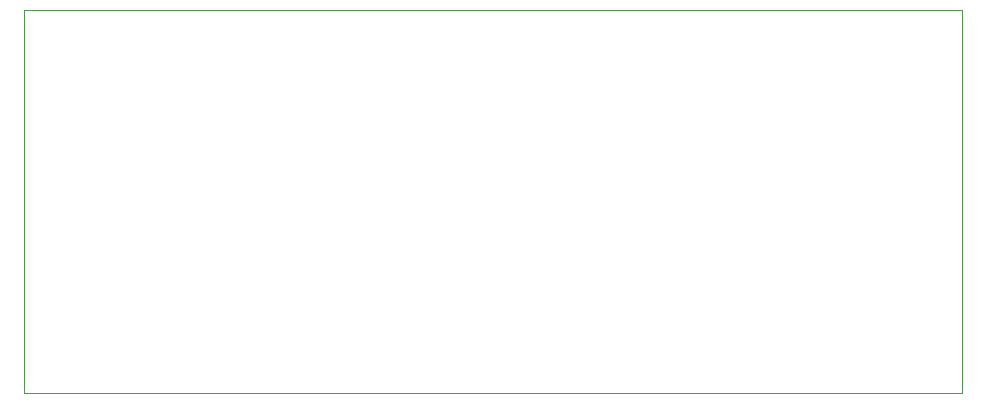
<source format=gbr>
%TF.GenerationSoftware,KiCad,Pcbnew,(6.0.2)*%
%TF.CreationDate,2022-04-20T12:38:45-07:00*%
%TF.ProjectId,audioModule2,61756469-6f4d-46f6-9475-6c65322e6b69,rev?*%
%TF.SameCoordinates,PX48ab840PY7b89fa0*%
%TF.FileFunction,Profile,NP*%
%FSLAX46Y46*%
G04 Gerber Fmt 4.6, Leading zero omitted, Abs format (unit mm)*
G04 Created by KiCad (PCBNEW (6.0.2)) date 2022-04-20 12:38:45*
%MOMM*%
%LPD*%
G01*
G04 APERTURE LIST*
%TA.AperFunction,Profile*%
%ADD10C,0.100000*%
%TD*%
G04 APERTURE END LIST*
D10*
X0Y32385000D02*
X79375000Y32385000D01*
X79375000Y32385000D02*
X79375000Y0D01*
X79375000Y0D02*
X0Y0D01*
X0Y0D02*
X0Y32385000D01*
M02*

</source>
